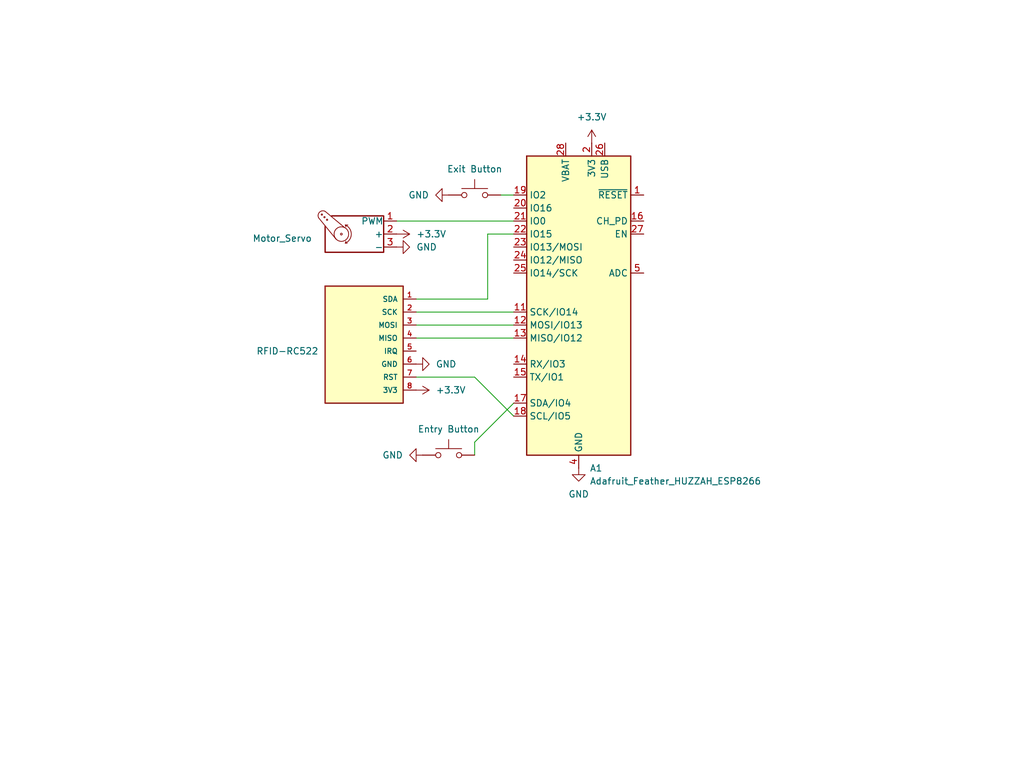
<source format=kicad_sch>
(kicad_sch (version 20250114) (generator "eeschema") (generator_version "9.0")
  (paper "User" 200 150)
  (lib_symbols
    (symbol "MCU_Module:Adafruit_Feather_HUZZAH_ESP8266"
      (property "Reference" "A" (at -10.16 29.21 0))
      (property "Value" "Adafruit_Feather_HUZZAH_ESP8266" (at 2.54 -31.75 0))
      (symbol "Adafruit_Feather_HUZZAH_ESP8266_0_1"
        (rectangle (start -10.16 27.94) (end 10.16 -30.48) (stroke (width 0.254)) (fill (type background)))
      )
      (symbol "Adafruit_Feather_HUZZAH_ESP8266_1_1"
        (pin bidirectional line (at -12.7 20.32 0) (length 2.54) (name "IO2") (number "19"))
        (pin bidirectional line (at -12.7 17.78 0) (length 2.54) (name "IO16") (number "20"))
        (pin bidirectional line (at -12.7 15.24 0) (length 2.54) (name "IO0") (number "21"))
        (pin bidirectional line (at -12.7 12.7 0) (length 2.54) (name "IO15") (number "22"))
        (pin bidirectional line (at -12.7 10.16 0) (length 2.54) (name "IO13/MOSI") (number "23"))
        (pin bidirectional line (at -12.7 7.62 0) (length 2.54) (name "IO12/MISO") (number "24"))
        (pin bidirectional line (at -12.7 5.08 0) (length 2.54) (name "IO14/SCK") (number "25"))
        (pin bidirectional line (at -12.7 -2.54 0) (length 2.54) (name "SCK/IO14") (number "11"))
        (pin bidirectional line (at -12.7 -5.08 0) (length 2.54) (name "MOSI/IO13") (number "12"))
        (pin bidirectional line (at -12.7 -7.62 0) (length 2.54) (name "MISO/IO12") (number "13"))
        (pin bidirectional line (at -12.7 -12.7 0) (length 2.54) (name "RX/IO3") (number "14"))
        (pin bidirectional line (at -12.7 -15.24 0) (length 2.54) (name "TX/IO1") (number "15"))
        (pin bidirectional line (at -12.7 -20.32 0) (length 2.54) (name "SDA/IO4") (number "17"))
        (pin bidirectional line (at -12.7 -22.86 0) (length 2.54) (name "SCL/IO5") (number "18"))
        (pin power_in line (at -2.54 30.48 270) (length 2.54) (name "VBAT") (number "28"))
        (pin power_in line (at 0 -33.02 90) (length 2.54) (name "GND") (number "4"))
        (pin power_in line (at 2.54 30.48 270) (length 2.54) (name "3V3") (number "2"))
        (pin power_in line (at 5.08 30.48 270) (length 2.54) (name "USB") (number "26"))
        (pin no_connect line (at 10.16 10.16 180) (length 2.54) (hide yes) (name "NC") (number "3"))
        (pin no_connect line (at 10.16 2.54 180) (length 2.54) (hide yes) (name "NC") (number "6"))
        (pin no_connect line (at 10.16 0 180) (length 2.54) (hide yes) (name "NC") (number "7"))
        (pin no_connect line (at 10.16 -2.54 180) (length 2.54) (hide yes) (name "NC") (number "8"))
        (pin no_connect line (at 10.16 -5.08 180) (length 2.54) (hide yes) (name "NC") (number "9"))
        (pin no_connect line (at 10.16 -7.62 180) (length 2.54) (hide yes) (name "NC") (number "10"))
        (pin input line (at 12.7 20.32 180) (length 2.54) (name "~{RESET}") (number "1"))
        (pin bidirectional line (at 12.7 15.24 180) (length 2.54) (name "CH_PD") (number "16"))
        (pin input line (at 12.7 12.7 180) (length 2.54) (name "EN") (number "27"))
        (pin bidirectional line (at 12.7 5.08 180) (length 2.54) (name "ADC") (number "5"))
      )
    )
    (symbol "Motor:Motor_Servo" (pin_names (offset 0.0254))
      (property "Reference" "M" (at -5.08 4.445 0))
      (property "Value" "Motor_Servo" (at -5.08 -4.064 0))
      (symbol "Motor_Servo_0_1"
        (polyline (pts (xy 2.413 1.778) (xy 1.905 1.778)))
        (polyline (pts (xy 2.413 1.778) (xy 2.286 1.397)))
        (polyline (pts (xy 2.413 -1.778) (xy 2.032 -1.778)))
        (polyline (pts (xy 2.413 -1.778) (xy 2.286 -1.397)))
        (arc (start 2.413 -1.778) (mid 1.2406 0) (end 2.413 1.778))
        (circle (center 3.175 0) (radius 0.1778))
        (circle (center 3.175 0) (radius 1.4224))
        (polyline (pts (xy 5.08 3.556) (xy -5.08 3.556) (xy -5.08 -3.556) (xy 6.35 -3.556) (xy 6.35 1.524)) (stroke (width 0.254)))
        (circle (center 5.969 2.794) (radius 0.127))
        (polyline (pts (xy 6.35 4.445) (xy 2.54 1.27)))
        (circle (center 6.477 3.302) (radius 0.127))
        (arc (start 6.35 4.445) (mid 7.4487 4.2737) (end 7.62 3.175))
        (circle (center 6.985 3.81) (radius 0.127))
        (polyline (pts (xy 7.62 3.175) (xy 4.191 -1.016)))
      )
      (symbol "Motor_Servo_1_1"
        (pin passive line (at -7.62 2.54 0) (length 2.54) (name "PWM") (number "1"))
        (pin passive line (at -7.62 0 0) (length 2.54) (name "+") (number "2"))
        (pin passive line (at -7.62 -2.54 0) (length 2.54) (name "-") (number "3"))
      )
    )
    (symbol "RFID RC522:RFID-RC522" (pin_names (offset 1.016))
      (property "Reference" "M" (at -7.62 10.922 0))
      (property "Value" "RFID-RC522" (at -7.62 -15.24 0))
      (symbol "RFID-RC522_0_0"
        (rectangle (start -7.62 -12.7) (end 7.62 10.16) (stroke (width 0.254)) (fill (type background)))
        (pin bidirectional line (at -10.16 7.62 0) (length 2.54) (name "SDA") (number "1"))
        (pin bidirectional line (at -10.16 5.08 0) (length 2.54) (name "SCK") (number "2"))
        (pin bidirectional line (at -10.16 2.54 0) (length 2.54) (name "MOSI") (number "3"))
        (pin bidirectional line (at -10.16 0 0) (length 2.54) (name "MISO") (number "4"))
        (pin bidirectional line (at -10.16 -2.54 0) (length 2.54) (name "IRQ") (number "5"))
        (pin bidirectional line (at -10.16 -5.08 0) (length 2.54) (name "GND") (number "6"))
        (pin bidirectional line (at -10.16 -7.62 0) (length 2.54) (name "RST") (number "7"))
        (pin bidirectional line (at -10.16 -10.16 0) (length 2.54) (name "3V3") (number "8"))
      )
    )
    (symbol "Switch:SW_Push" (pin_numbers (hide yes)) (pin_names (offset 1.016) (hide yes))
      (property "Reference" "SW" (at 1.27 2.54 0))
      (property "Value" "SW_Push" (at 0 -1.524 0))
      (symbol "SW_Push_0_1"
        (circle (center -2.032 0) (radius 0.508))
        (polyline (pts (xy 0 1.27) (xy 0 3.048)))
        (circle (center 2.032 0) (radius 0.508))
        (polyline (pts (xy 2.54 1.27) (xy -2.54 1.27)))
        (pin passive line (at -5.08 0 0) (length 2.54) (name "1") (number "1"))
        (pin passive line (at 5.08 0 180) (length 2.54) (name "2") (number "2"))
      )
    )
    (symbol "power:+3.3V" (power) (pin_numbers (hide yes)) (pin_names (offset 0) (hide yes))
      (property "Value" "+3.3V" (at 0 3.556 0))
      (symbol "+3.3V_0_1"
        (polyline (pts (xy -0.762 1.27) (xy 0 2.54)))
        (polyline (pts (xy 0 2.54) (xy 0.762 1.27)))
        (polyline (pts (xy 0 0) (xy 0 2.54)))
      )
      (symbol "+3.3V_1_1"
        (pin power_in line (at 0 0 90) (length 0) (name "~") (number "1"))
      )
    )
    (symbol "power:GND" (power) (pin_numbers (hide yes)) (pin_names (offset 0) (hide yes))
      (property "Value" "GND" (at 0 -3.81 0))
      (symbol "GND_0_1"
        (polyline (pts (xy 0 0) (xy 0 -1.27) (xy 1.27 -1.27) (xy 0 -2.54) (xy -1.27 -1.27) (xy 0 -1.27)))
      )
      (symbol "GND_1_1"
        (pin power_in line (at 0 0 270) (length 0) (name "~") (number "1"))
      )
    )
  )
  (wire (pts (xy 81.28 58.42) (xy 95.25 58.42)))
  (wire (pts (xy 77.47 43.18) (xy 100.33 43.18)))
  (wire (pts (xy 97.79 38.1) (xy 100.33 38.1)))
  (wire (pts (xy 95.25 58.42) (xy 95.25 45.72)))
  (wire (pts (xy 92.71 86.36) (xy 100.33 78.74)))
  (wire (pts (xy 81.28 63.5) (xy 100.33 63.5)))
  (wire (pts (xy 92.71 73.66) (xy 100.33 81.28)))
  (wire (pts (xy 95.25 45.72) (xy 100.33 45.72)))
  (wire (pts (xy 81.28 66.04) (xy 100.33 66.04)))
  (wire (pts (xy 81.28 73.66) (xy 92.71 73.66)))
  (wire (pts (xy 92.71 88.9) (xy 92.71 86.36)))
  (wire (pts (xy 81.28 60.96) (xy 100.33 60.96)))
  (symbol (lib_id "MCU_Module:Adafruit_Feather_HUZZAH_ESP8266") (at 113.03 58.42 0) (unit 1)
    (property "Reference" "A1" (at 115.1733 91.44 0) (effects (justify left)))
    (property "Value" "Adafruit_Feather_HUZZAH_ESP8266" (at 115.1733 93.98 0) (effects (justify left)))
    (property "Footprint" "Module:Adafruit_Feather" (effects (hide yes)))
    (property "Datasheet" "https://cdn-learn.adafruit.com/downloads/pdf/adafruit-feather-huzzah-esp8266.pdf" (effects (hide yes)))
    (property "Description" "Microcontroller module with ESP8266 MCU" (effects (hide yes)))
  )
  (symbol (lib_id "power:GND") (at 77.47 48.26 90) (unit 1)
    (property "Reference" "#PWR06" (effects (hide yes)))
    (property "Value" "GND" (at 81.28 48.2599 90) (effects (justify right)))
    (property "Description" "Power symbol creates a global label with name \"GND\" , ground" (effects (hide yes)))
  )
  (symbol (lib_id "Switch:SW_Push") (at 92.71 38.1 0) (unit 1)
    (property "Reference" "SW1" (effects (hide yes)))
    (property "Value" "Exit Button" (at 92.71 33.02 0))
    (property "Description" "Push button switch, generic, two pins" (effects (hide yes)))
  )
  (symbol (lib_id "power:GND") (at 81.28 71.12 90) (unit 1)
    (property "Reference" "#PWR01" (effects (hide yes)))
    (property "Value" "GND" (at 85.09 71.1199 90) (effects (justify right)))
    (property "Description" "Power symbol creates a global label with name \"GND\" , ground" (effects (hide yes)))
  )
  (symbol (lib_id "power:+3.3V") (at 81.28 76.2 270) (unit 1)
    (property "Reference" "#PWR03" (effects (hide yes)))
    (property "Value" "+3.3V" (at 85.09 76.1999 90) (effects (justify left)))
    (property "Description" "Power symbol creates a global label with name \"+3.3V\"" (effects (hide yes)))
  )
  (symbol (lib_id "power:+3.3V") (at 77.47 45.72 270) (unit 1)
    (property "Reference" "#PWR05" (effects (hide yes)))
    (property "Value" "+3.3V" (at 81.28 45.7199 90) (effects (justify left)))
    (property "Description" "Power symbol creates a global label with name \"+3.3V\"" (effects (hide yes)))
  )
  (symbol (lib_id "Motor:Motor_Servo") (at 69.85 45.72 0) (mirror y) (unit 1)
    (property "Reference" "M2" (effects (hide yes)))
    (property "Value" "Motor_Servo" (at 60.96 46.5568 0) (effects (justify left)))
    (property "Datasheet" "http://forums.parallax.com/uploads/attachments/46831/74481.png" (effects (hide yes)))
    (property "Description" "Servo Motor (Futaba, HiTec, JR connector)" (effects (hide yes)))
  )
  (symbol (lib_id "power:+3.3V") (at 115.57 27.94 0) (unit 1)
    (property "Reference" "#PWR04" (effects (hide yes)))
    (property "Value" "+3.3V" (at 115.57 22.86 0))
    (property "Description" "Power symbol creates a global label with name \"+3.3V\"" (effects (hide yes)))
  )
  (symbol (lib_id "RFID RC522:RFID-RC522") (at 71.12 66.04 0) (mirror y) (unit 1)
    (property "Reference" "M1" (effects (hide yes)))
    (property "Value" "RFID-RC522" (at 62.23 68.5799 0) (effects (justify left)))
    (property "Footprint" "RFID-RC522:RFID-RC522" (effects (hide yes)))
    (property "MF" "Handson Technology" (effects (hide yes)))
    (property "Description_1" "Development kit in an integrated reader/writer IC MFRC522 for contactless communication at 13.56 MHz." (effects (hide yes)))
    (property "MPN" "RFID-RC522" (effects (hide yes)))
    (property "Price" "None" (effects (hide yes)))
    (property "Package" "Package" (effects (hide yes)))
    (property "Check_prices" "https://www.snapeda.com/parts/RFID-RC522/Handson+Technology/view-part/?ref=eda" (effects (hide yes)))
    (property "SnapEDA_Link" "https://www.snapeda.com/parts/RFID-RC522/Handson+Technology/view-part/?ref=snap" (effects (hide yes)))
    (property "MP" "RFID-RC522" (effects (hide yes)))
    (property "Availability" "Not in stock" (effects (hide yes)))
    (property "DESC" "MFRC522 RFID Module" (effects (hide yes)))
  )
  (symbol (lib_id "power:GND") (at 82.55 88.9 270) (unit 1)
    (property "Reference" "#PWR07" (effects (hide yes)))
    (property "Value" "GND" (at 78.74 88.8999 90) (effects (justify right)))
    (property "Description" "Power symbol creates a global label with name \"GND\" , ground" (effects (hide yes)))
  )
  (symbol (lib_id "power:GND") (at 113.03 91.44 0) (unit 1)
    (property "Reference" "#PWR02" (effects (hide yes)))
    (property "Value" "GND" (at 113.03 96.52 0))
    (property "Description" "Power symbol creates a global label with name \"GND\" , ground" (effects (hide yes)))
  )
  (symbol (lib_id "Switch:SW_Push") (at 87.63 88.9 0) (unit 1)
    (property "Reference" "SW2" (effects (hide yes)))
    (property "Value" "Entry Button" (at 87.63 83.82 0))
    (property "Description" "Push button switch, generic, two pins" (effects (hide yes)))
  )
  (symbol (lib_id "power:GND") (at 87.63 38.1 270) (unit 1)
    (property "Reference" "#PWR08" (effects (hide yes)))
    (property "Value" "GND" (at 83.82 38.0999 90) (effects (justify right)))
    (property "Description" "Power symbol creates a global label with name \"GND\" , ground" (effects (hide yes)))
  )
)
</source>
